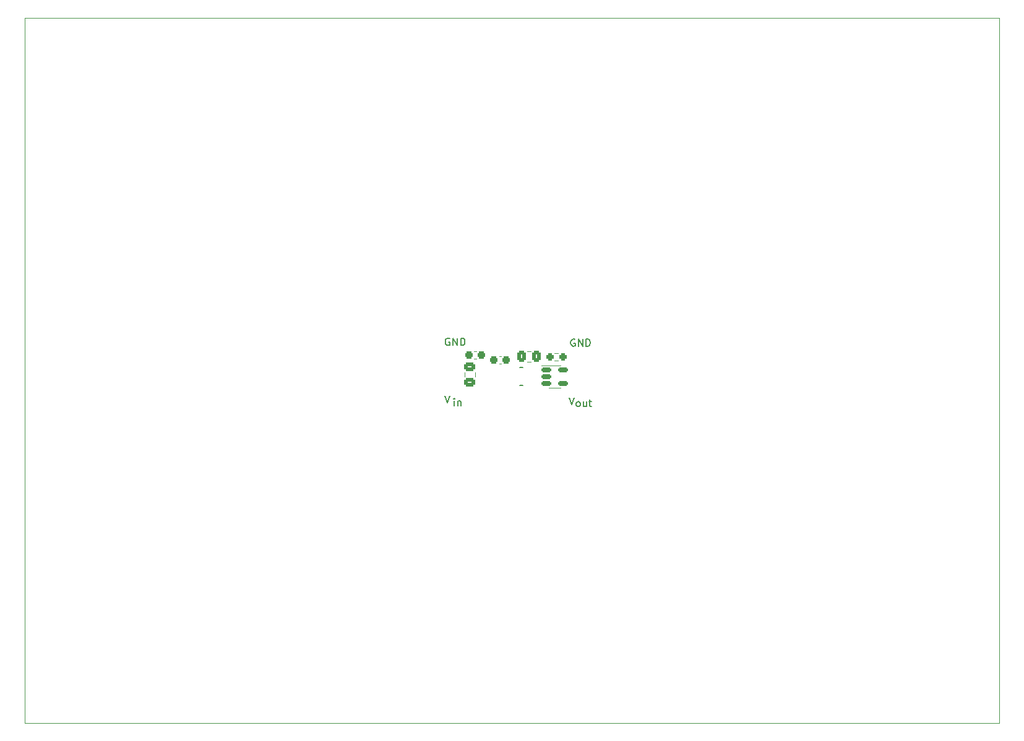
<source format=gbr>
%TF.GenerationSoftware,KiCad,Pcbnew,7.0.7*%
%TF.CreationDate,2023-11-19T09:16:51+03:00*%
%TF.ProjectId,Main_PCB_002,4d61696e-5f50-4434-925f-3030322e6b69,rev?*%
%TF.SameCoordinates,Original*%
%TF.FileFunction,Legend,Top*%
%TF.FilePolarity,Positive*%
%FSLAX46Y46*%
G04 Gerber Fmt 4.6, Leading zero omitted, Abs format (unit mm)*
G04 Created by KiCad (PCBNEW 7.0.7) date 2023-11-19 09:16:51*
%MOMM*%
%LPD*%
G01*
G04 APERTURE LIST*
G04 Aperture macros list*
%AMRoundRect*
0 Rectangle with rounded corners*
0 $1 Rounding radius*
0 $2 $3 $4 $5 $6 $7 $8 $9 X,Y pos of 4 corners*
0 Add a 4 corners polygon primitive as box body*
4,1,4,$2,$3,$4,$5,$6,$7,$8,$9,$2,$3,0*
0 Add four circle primitives for the rounded corners*
1,1,$1+$1,$2,$3*
1,1,$1+$1,$4,$5*
1,1,$1+$1,$6,$7*
1,1,$1+$1,$8,$9*
0 Add four rect primitives between the rounded corners*
20,1,$1+$1,$2,$3,$4,$5,0*
20,1,$1+$1,$4,$5,$6,$7,0*
20,1,$1+$1,$6,$7,$8,$9,0*
20,1,$1+$1,$8,$9,$2,$3,0*%
G04 Aperture macros list end*
%ADD10C,0.100000*%
%ADD11C,0.150000*%
%ADD12C,0.120000*%
%ADD13C,0.152400*%
%ADD14RoundRect,0.250000X0.337500X0.475000X-0.337500X0.475000X-0.337500X-0.475000X0.337500X-0.475000X0*%
%ADD15RoundRect,0.150000X-0.512500X-0.150000X0.512500X-0.150000X0.512500X0.150000X-0.512500X0.150000X0*%
%ADD16RoundRect,0.237500X-0.250000X-0.237500X0.250000X-0.237500X0.250000X0.237500X-0.250000X0.237500X0*%
%ADD17C,1.600000*%
%ADD18RoundRect,0.250000X0.475000X-0.337500X0.475000X0.337500X-0.475000X0.337500X-0.475000X-0.337500X0*%
%ADD19RoundRect,0.237500X-0.300000X-0.237500X0.300000X-0.237500X0.300000X0.237500X-0.300000X0.237500X0*%
%ADD20R,1.168400X2.209800*%
%ADD21RoundRect,0.237500X0.300000X0.237500X-0.300000X0.237500X-0.300000X-0.237500X0.300000X-0.237500X0*%
%ADD22R,0.249999X0.599999*%
%ADD23R,0.599999X0.249999*%
%ADD24R,1.825000X0.249999*%
G04 APERTURE END LIST*
D10*
X63500000Y-53340000D02*
X196850000Y-53340000D01*
X196850000Y-149860000D02*
X63500000Y-149860000D01*
X196850000Y-53340000D02*
X196850000Y-149860000D01*
X63500000Y-149860000D02*
X63500000Y-53340000D01*
D11*
X137988922Y-105295819D02*
X138322255Y-106295819D01*
X138322255Y-106295819D02*
X138655588Y-105295819D01*
X139163636Y-106549819D02*
X139068398Y-106502200D01*
X139068398Y-106502200D02*
X139020779Y-106454580D01*
X139020779Y-106454580D02*
X138973160Y-106359342D01*
X138973160Y-106359342D02*
X138973160Y-106073628D01*
X138973160Y-106073628D02*
X139020779Y-105978390D01*
X139020779Y-105978390D02*
X139068398Y-105930771D01*
X139068398Y-105930771D02*
X139163636Y-105883152D01*
X139163636Y-105883152D02*
X139306493Y-105883152D01*
X139306493Y-105883152D02*
X139401731Y-105930771D01*
X139401731Y-105930771D02*
X139449350Y-105978390D01*
X139449350Y-105978390D02*
X139496969Y-106073628D01*
X139496969Y-106073628D02*
X139496969Y-106359342D01*
X139496969Y-106359342D02*
X139449350Y-106454580D01*
X139449350Y-106454580D02*
X139401731Y-106502200D01*
X139401731Y-106502200D02*
X139306493Y-106549819D01*
X139306493Y-106549819D02*
X139163636Y-106549819D01*
X140354112Y-105883152D02*
X140354112Y-106549819D01*
X139925541Y-105883152D02*
X139925541Y-106406961D01*
X139925541Y-106406961D02*
X139973160Y-106502200D01*
X139973160Y-106502200D02*
X140068398Y-106549819D01*
X140068398Y-106549819D02*
X140211255Y-106549819D01*
X140211255Y-106549819D02*
X140306493Y-106502200D01*
X140306493Y-106502200D02*
X140354112Y-106454580D01*
X140687446Y-105883152D02*
X141068398Y-105883152D01*
X140830303Y-105549819D02*
X140830303Y-106406961D01*
X140830303Y-106406961D02*
X140877922Y-106502200D01*
X140877922Y-106502200D02*
X140973160Y-106549819D01*
X140973160Y-106549819D02*
X141068398Y-106549819D01*
X120970922Y-105041819D02*
X121304255Y-106041819D01*
X121304255Y-106041819D02*
X121637588Y-105041819D01*
X121637588Y-97215438D02*
X121542350Y-97167819D01*
X121542350Y-97167819D02*
X121399493Y-97167819D01*
X121399493Y-97167819D02*
X121256636Y-97215438D01*
X121256636Y-97215438D02*
X121161398Y-97310676D01*
X121161398Y-97310676D02*
X121113779Y-97405914D01*
X121113779Y-97405914D02*
X121066160Y-97596390D01*
X121066160Y-97596390D02*
X121066160Y-97739247D01*
X121066160Y-97739247D02*
X121113779Y-97929723D01*
X121113779Y-97929723D02*
X121161398Y-98024961D01*
X121161398Y-98024961D02*
X121256636Y-98120200D01*
X121256636Y-98120200D02*
X121399493Y-98167819D01*
X121399493Y-98167819D02*
X121494731Y-98167819D01*
X121494731Y-98167819D02*
X121637588Y-98120200D01*
X121637588Y-98120200D02*
X121685207Y-98072580D01*
X121685207Y-98072580D02*
X121685207Y-97739247D01*
X121685207Y-97739247D02*
X121494731Y-97739247D01*
X122113779Y-98167819D02*
X122113779Y-97167819D01*
X122113779Y-97167819D02*
X122685207Y-98167819D01*
X122685207Y-98167819D02*
X122685207Y-97167819D01*
X123161398Y-98167819D02*
X123161398Y-97167819D01*
X123161398Y-97167819D02*
X123399493Y-97167819D01*
X123399493Y-97167819D02*
X123542350Y-97215438D01*
X123542350Y-97215438D02*
X123637588Y-97310676D01*
X123637588Y-97310676D02*
X123685207Y-97405914D01*
X123685207Y-97405914D02*
X123732826Y-97596390D01*
X123732826Y-97596390D02*
X123732826Y-97739247D01*
X123732826Y-97739247D02*
X123685207Y-97929723D01*
X123685207Y-97929723D02*
X123637588Y-98024961D01*
X123637588Y-98024961D02*
X123542350Y-98120200D01*
X123542350Y-98120200D02*
X123399493Y-98167819D01*
X123399493Y-98167819D02*
X123161398Y-98167819D01*
X122256779Y-106422819D02*
X122256779Y-105756152D01*
X122256779Y-105422819D02*
X122209160Y-105470438D01*
X122209160Y-105470438D02*
X122256779Y-105518057D01*
X122256779Y-105518057D02*
X122304398Y-105470438D01*
X122304398Y-105470438D02*
X122256779Y-105422819D01*
X122256779Y-105422819D02*
X122256779Y-105518057D01*
X122732969Y-105756152D02*
X122732969Y-106422819D01*
X122732969Y-105851390D02*
X122780588Y-105803771D01*
X122780588Y-105803771D02*
X122875826Y-105756152D01*
X122875826Y-105756152D02*
X123018683Y-105756152D01*
X123018683Y-105756152D02*
X123113921Y-105803771D01*
X123113921Y-105803771D02*
X123161540Y-105899009D01*
X123161540Y-105899009D02*
X123161540Y-106422819D01*
X138782588Y-97342438D02*
X138687350Y-97294819D01*
X138687350Y-97294819D02*
X138544493Y-97294819D01*
X138544493Y-97294819D02*
X138401636Y-97342438D01*
X138401636Y-97342438D02*
X138306398Y-97437676D01*
X138306398Y-97437676D02*
X138258779Y-97532914D01*
X138258779Y-97532914D02*
X138211160Y-97723390D01*
X138211160Y-97723390D02*
X138211160Y-97866247D01*
X138211160Y-97866247D02*
X138258779Y-98056723D01*
X138258779Y-98056723D02*
X138306398Y-98151961D01*
X138306398Y-98151961D02*
X138401636Y-98247200D01*
X138401636Y-98247200D02*
X138544493Y-98294819D01*
X138544493Y-98294819D02*
X138639731Y-98294819D01*
X138639731Y-98294819D02*
X138782588Y-98247200D01*
X138782588Y-98247200D02*
X138830207Y-98199580D01*
X138830207Y-98199580D02*
X138830207Y-97866247D01*
X138830207Y-97866247D02*
X138639731Y-97866247D01*
X139258779Y-98294819D02*
X139258779Y-97294819D01*
X139258779Y-97294819D02*
X139830207Y-98294819D01*
X139830207Y-98294819D02*
X139830207Y-97294819D01*
X140306398Y-98294819D02*
X140306398Y-97294819D01*
X140306398Y-97294819D02*
X140544493Y-97294819D01*
X140544493Y-97294819D02*
X140687350Y-97342438D01*
X140687350Y-97342438D02*
X140782588Y-97437676D01*
X140782588Y-97437676D02*
X140830207Y-97532914D01*
X140830207Y-97532914D02*
X140877826Y-97723390D01*
X140877826Y-97723390D02*
X140877826Y-97866247D01*
X140877826Y-97866247D02*
X140830207Y-98056723D01*
X140830207Y-98056723D02*
X140782588Y-98151961D01*
X140782588Y-98151961D02*
X140687350Y-98247200D01*
X140687350Y-98247200D02*
X140544493Y-98294819D01*
X140544493Y-98294819D02*
X140306398Y-98294819D01*
D12*
%TO.C,C28*%
X132743752Y-100430000D02*
X132221248Y-100430000D01*
X132743752Y-98960000D02*
X132221248Y-98960000D01*
%TO.C,U17*%
X136033000Y-100903600D02*
X134233000Y-100903600D01*
X136033000Y-100903600D02*
X136833000Y-100903600D01*
X136033000Y-104023600D02*
X135233000Y-104023600D01*
X136033000Y-104023600D02*
X136833000Y-104023600D01*
%TO.C,R26*%
X136012376Y-99197900D02*
X136521824Y-99197900D01*
X136012376Y-100242900D02*
X136521824Y-100242900D01*
%TO.C,C29*%
X123670300Y-102420052D02*
X123670300Y-101897548D01*
X125140300Y-102420052D02*
X125140300Y-101897548D01*
%TO.C,C27*%
X128399233Y-99642200D02*
X128691767Y-99642200D01*
X128399233Y-100662200D02*
X128691767Y-100662200D01*
D13*
%TO.C,L3*%
X131666950Y-101155500D02*
X131215250Y-101155500D01*
X131215250Y-103619300D02*
X131666950Y-103619300D01*
D12*
%TO.C,C26*%
X125288167Y-99976400D02*
X124995633Y-99976400D01*
X125288167Y-98956400D02*
X124995633Y-98956400D01*
%TD*%
%LPC*%
D14*
%TO.C,C28*%
X133520000Y-99695000D03*
X131445000Y-99695000D03*
%TD*%
D15*
%TO.C,U17*%
X134895500Y-101513600D03*
X134895500Y-102463600D03*
X134895500Y-103413600D03*
X137170500Y-103413600D03*
X137170500Y-101513600D03*
%TD*%
D16*
%TO.C,R26*%
X135354600Y-99720400D03*
X137179600Y-99720400D03*
%TD*%
D17*
%TO.C,D27*%
X122322500Y-103505000D03*
%TD*%
%TO.C,D30*%
X122271700Y-99415600D03*
%TD*%
D18*
%TO.C,C29*%
X124405300Y-103196300D03*
X124405300Y-101121300D03*
%TD*%
D17*
%TO.C,D29*%
X139670700Y-103936800D03*
%TD*%
D19*
%TO.C,C27*%
X127683000Y-100152200D03*
X129408000Y-100152200D03*
%TD*%
D20*
%TO.C,L3*%
X132558700Y-102387400D03*
X130323500Y-102387400D03*
%TD*%
D21*
%TO.C,C26*%
X126004400Y-99466400D03*
X124279400Y-99466400D03*
%TD*%
D17*
%TO.C,D28*%
X139569100Y-99542600D03*
%TD*%
D22*
%TO.C,U16*%
X128705299Y-101857398D03*
X128055300Y-101857398D03*
X127405299Y-101857398D03*
X126905300Y-101857398D03*
D23*
X126180300Y-102257400D03*
X126180300Y-102757399D03*
X126180300Y-103257398D03*
D22*
X126905300Y-103657400D03*
X127405299Y-103657400D03*
X128055300Y-103657400D03*
X128705299Y-103657400D03*
D24*
X128368299Y-102757399D03*
%TD*%
%LPD*%
M02*

</source>
